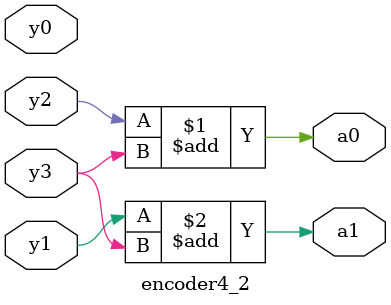
<source format=v>
`timescale 1ns / 1ps


module encoder4_2(
input y3,y2,y1,y0,
output a0,a1);

assign a0=y2+y3;
assign a1=y1+y3;



endmodule

</source>
